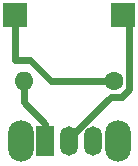
<source format=gbr>
%TF.GenerationSoftware,KiCad,Pcbnew,7.0.6*%
%TF.CreationDate,2023-08-01T21:42:18-07:00*%
%TF.ProjectId,gbsc-vgaswitch-throughhole,67627363-2d76-4676-9173-77697463682d,rev?*%
%TF.SameCoordinates,Original*%
%TF.FileFunction,Copper,L1,Top*%
%TF.FilePolarity,Positive*%
%FSLAX46Y46*%
G04 Gerber Fmt 4.6, Leading zero omitted, Abs format (unit mm)*
G04 Created by KiCad (PCBNEW 7.0.6) date 2023-08-01 21:42:18*
%MOMM*%
%LPD*%
G01*
G04 APERTURE LIST*
%TA.AperFunction,SMDPad,CuDef*%
%ADD10R,2.000000X2.000000*%
%TD*%
%TA.AperFunction,ComponentPad*%
%ADD11O,2.200000X3.500000*%
%TD*%
%TA.AperFunction,ComponentPad*%
%ADD12R,1.500000X2.500000*%
%TD*%
%TA.AperFunction,ComponentPad*%
%ADD13O,1.500000X2.500000*%
%TD*%
%TA.AperFunction,ComponentPad*%
%ADD14C,1.600000*%
%TD*%
%TA.AperFunction,ComponentPad*%
%ADD15O,1.600000X1.600000*%
%TD*%
%TA.AperFunction,Conductor*%
%ADD16C,0.600000*%
%TD*%
G04 APERTURE END LIST*
D10*
%TO.P,J2,1,Pin_1*%
%TO.N,Net-(J2-Pin_1)*%
X133096000Y-90932000D03*
%TD*%
D11*
%TO.P,SW1,*%
%TO.N,*%
X133568000Y-101600000D03*
X141768000Y-101600000D03*
D12*
%TO.P,SW1,1,A*%
%TO.N,Net-(SW1-A)*%
X135668000Y-101600000D03*
D13*
%TO.P,SW1,2,B*%
%TO.N,Net-(J1-Pin_1)*%
X137668000Y-101600000D03*
%TO.P,SW1,3,C*%
%TO.N,unconnected-(SW1-C-Pad3)*%
X139668000Y-101600000D03*
%TD*%
D10*
%TO.P,J1,1,Pin_1*%
%TO.N,Net-(J1-Pin_1)*%
X142240000Y-90932000D03*
%TD*%
D14*
%TO.P,R1,1*%
%TO.N,Net-(J2-Pin_1)*%
X141478000Y-96520000D03*
D15*
%TO.P,R1,2*%
%TO.N,Net-(SW1-A)*%
X133858000Y-96520000D03*
%TD*%
D16*
%TO.N,Net-(J1-Pin_1)*%
X142164000Y-97820000D02*
X142778000Y-97206000D01*
X141180233Y-97820000D02*
X142164000Y-97820000D01*
X137668000Y-101332233D02*
X141180233Y-97820000D01*
X142778000Y-91470000D02*
X142240000Y-90932000D01*
X137668000Y-101600000D02*
X137668000Y-101332233D01*
X142778000Y-97206000D02*
X142778000Y-91470000D01*
%TO.N,Net-(J2-Pin_1)*%
X141478000Y-96520000D02*
X136144000Y-96520000D01*
X133096000Y-94742000D02*
X133096000Y-90932000D01*
X134366000Y-94742000D02*
X133096000Y-94742000D01*
X136144000Y-96520000D02*
X134366000Y-94742000D01*
%TO.N,Net-(SW1-A)*%
X133858000Y-98298000D02*
X133858000Y-96520000D01*
X135668000Y-100108000D02*
X133858000Y-98298000D01*
X135668000Y-101600000D02*
X135668000Y-100108000D01*
%TD*%
M02*

</source>
